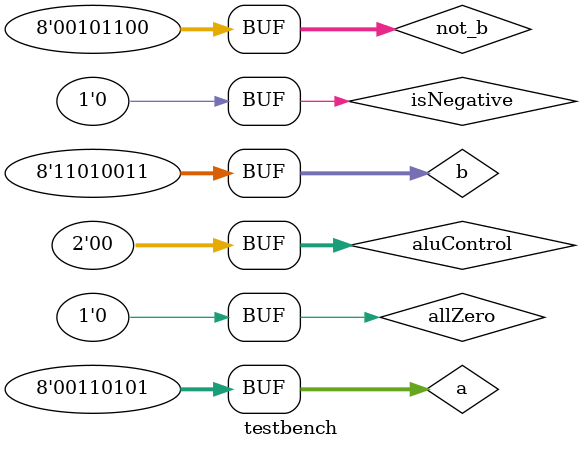
<source format=sv>
`timescale 1ns / 1ps


module testbench;

  mux2 mux2_call (
    .d0(b),
    .d1(not_b),
    .aluControl(aluControl[0]),
    .mux2_output(mux2_output)
  );
  
  NbitFulladder fadder_call (
    .a(a),
    .mux2_output(mux2_output),
    .cin(aluControl[0]),
    .fadder_output(fadder_output),
    .cout(cout)
  );
  
  and_module _and (
    .a(a),
    .b(b),
    .result(and_module_output)
  );
  
   or_module _or(
    .a(a),
    .b(b),
    .result(or_module_output)
  );
  
  mux4 mux4_call(
    .sum(fadder_output),
    .sub(fadder_output),
    ._and(and_module_output),
    ._or(or_module_output),
    .aluControl(aluControl),
    .mux4_output(mux4_output)
  );
  
  check_one dut1(        
    .mux4_output(mux4_output),
    .allZero(allZero)
   );
   
   isNegative dut2(        
    .msb(mux4_output[7]),
    .result(isNegative)
   );
   
   checkCarry dut3(
    .aluControl(aluControl[1]),
    .cout(cout),
    .result(carry)
   );
   
   
  overflow_control dut4(
    .aluControl(aluControl),
    .a(a),
    .b(b),
    .sum(mux4_output),
    .result(overflow)
   );
   
  
  logic [7:0] b;
  logic [7:0] not_b;
  logic [1:0] aluControl;
  logic [7:0] mux2_output;
 
  logic [7:0] a;
  logic [7:0] fadder_output;
  logic cout;
  
  logic [7:0] and_module_output;
  logic [7:0] or_module_output;
  
  logic [7:0] mux4_output;

  logic allZero;
  logic isNegative;
  logic carry;
  logic overflow;

  initial begin

    b = 8'b11010011;
    not_b = ~b;
    aluControl = 2'b00;
    
    a = 8'b00110101;
    
    allZero = 1'b0;
    isNegative = 1'b0;
        
  end

endmodule

</source>
